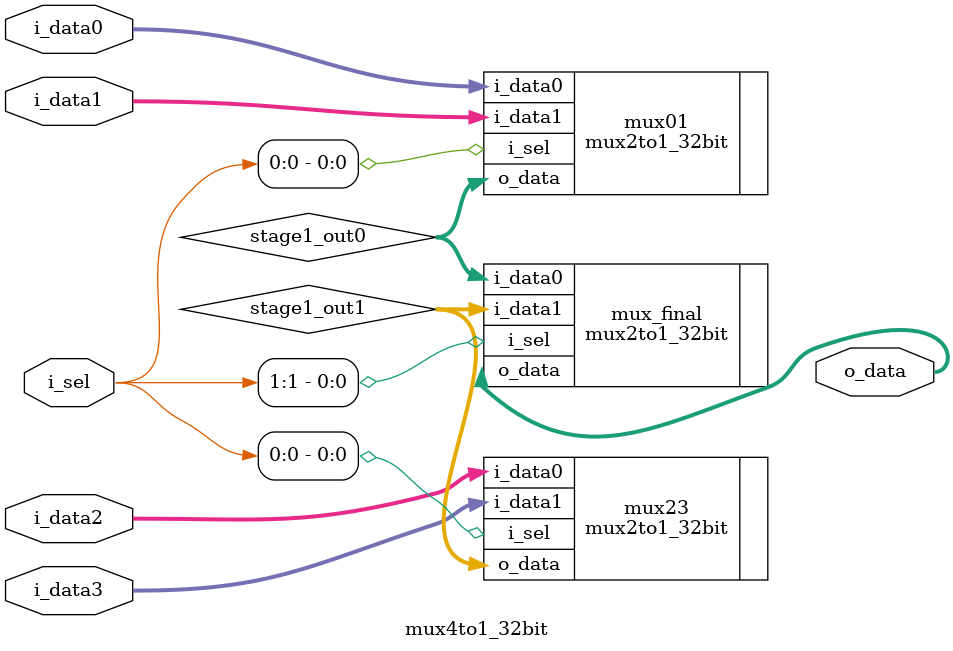
<source format=sv>
module mux4to1_32bit (
    input  logic [31:0] i_data0,
    input  logic [31:0] i_data1,
    input  logic [31:0] i_data2,
    input  logic [31:0] i_data3,
    input  logic [1:0]  i_sel,
    output logic [31:0] o_data
);
    logic [31:0] stage1_out0, stage1_out1;
    mux2to1_32bit mux01 (
        .i_data0(i_data0),
        .i_data1(i_data1),
        .i_sel(i_sel[0]),
        .o_data(stage1_out0)
    );
    
    mux2to1_32bit mux23 (
        .i_data0(i_data2),
        .i_data1(i_data3),
        .i_sel(i_sel[0]),
        .o_data(stage1_out1)
    );
    
    mux2to1_32bit mux_final (
        .i_data0(stage1_out0),
        .i_data1(stage1_out1),
        .i_sel(i_sel[1]),
        .o_data(o_data)
    );
endmodule

</source>
